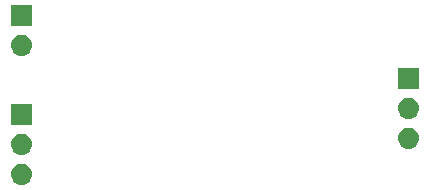
<source format=gbr>
G04 #@! TF.GenerationSoftware,KiCad,Pcbnew,(5.1.4)-1*
G04 #@! TF.CreationDate,2020-02-13T09:56:34+00:00*
G04 #@! TF.ProjectId,Phono stereo 2 smd,50686f6e-6f20-4737-9465-72656f203220,rev?*
G04 #@! TF.SameCoordinates,Original*
G04 #@! TF.FileFunction,Soldermask,Bot*
G04 #@! TF.FilePolarity,Negative*
%FSLAX46Y46*%
G04 Gerber Fmt 4.6, Leading zero omitted, Abs format (unit mm)*
G04 Created by KiCad (PCBNEW (5.1.4)-1) date 2020-02-13 09:56:34*
%MOMM*%
%LPD*%
G04 APERTURE LIST*
%ADD10C,0.100000*%
G04 APERTURE END LIST*
D10*
G36*
X23224443Y-51175519D02*
G01*
X23290627Y-51182037D01*
X23460466Y-51233557D01*
X23616991Y-51317222D01*
X23652729Y-51346552D01*
X23754186Y-51429814D01*
X23837448Y-51531271D01*
X23866778Y-51567009D01*
X23950443Y-51723534D01*
X24001963Y-51893373D01*
X24019359Y-52070000D01*
X24001963Y-52246627D01*
X23950443Y-52416466D01*
X23866778Y-52572991D01*
X23837448Y-52608729D01*
X23754186Y-52710186D01*
X23652729Y-52793448D01*
X23616991Y-52822778D01*
X23460466Y-52906443D01*
X23290627Y-52957963D01*
X23224442Y-52964482D01*
X23158260Y-52971000D01*
X23069740Y-52971000D01*
X23003558Y-52964482D01*
X22937373Y-52957963D01*
X22767534Y-52906443D01*
X22611009Y-52822778D01*
X22575271Y-52793448D01*
X22473814Y-52710186D01*
X22390552Y-52608729D01*
X22361222Y-52572991D01*
X22277557Y-52416466D01*
X22226037Y-52246627D01*
X22208641Y-52070000D01*
X22226037Y-51893373D01*
X22277557Y-51723534D01*
X22361222Y-51567009D01*
X22390552Y-51531271D01*
X22473814Y-51429814D01*
X22575271Y-51346552D01*
X22611009Y-51317222D01*
X22767534Y-51233557D01*
X22937373Y-51182037D01*
X23003557Y-51175519D01*
X23069740Y-51169000D01*
X23158260Y-51169000D01*
X23224443Y-51175519D01*
X23224443Y-51175519D01*
G37*
G36*
X23224443Y-48635519D02*
G01*
X23290627Y-48642037D01*
X23460466Y-48693557D01*
X23616991Y-48777222D01*
X23652729Y-48806552D01*
X23754186Y-48889814D01*
X23837448Y-48991271D01*
X23866778Y-49027009D01*
X23950443Y-49183534D01*
X24001963Y-49353373D01*
X24019359Y-49530000D01*
X24001963Y-49706627D01*
X23950443Y-49876466D01*
X23866778Y-50032991D01*
X23837448Y-50068729D01*
X23754186Y-50170186D01*
X23652729Y-50253448D01*
X23616991Y-50282778D01*
X23460466Y-50366443D01*
X23290627Y-50417963D01*
X23224442Y-50424482D01*
X23158260Y-50431000D01*
X23069740Y-50431000D01*
X23003558Y-50424482D01*
X22937373Y-50417963D01*
X22767534Y-50366443D01*
X22611009Y-50282778D01*
X22575271Y-50253448D01*
X22473814Y-50170186D01*
X22390552Y-50068729D01*
X22361222Y-50032991D01*
X22277557Y-49876466D01*
X22226037Y-49706627D01*
X22208641Y-49530000D01*
X22226037Y-49353373D01*
X22277557Y-49183534D01*
X22361222Y-49027009D01*
X22390552Y-48991271D01*
X22473814Y-48889814D01*
X22575271Y-48806552D01*
X22611009Y-48777222D01*
X22767534Y-48693557D01*
X22937373Y-48642037D01*
X23003557Y-48635519D01*
X23069740Y-48629000D01*
X23158260Y-48629000D01*
X23224443Y-48635519D01*
X23224443Y-48635519D01*
G37*
G36*
X55990443Y-48127519D02*
G01*
X56056627Y-48134037D01*
X56226466Y-48185557D01*
X56382991Y-48269222D01*
X56418729Y-48298552D01*
X56520186Y-48381814D01*
X56603448Y-48483271D01*
X56632778Y-48519009D01*
X56716443Y-48675534D01*
X56767963Y-48845373D01*
X56785359Y-49022000D01*
X56767963Y-49198627D01*
X56716443Y-49368466D01*
X56632778Y-49524991D01*
X56628667Y-49530000D01*
X56520186Y-49662186D01*
X56418729Y-49745448D01*
X56382991Y-49774778D01*
X56226466Y-49858443D01*
X56056627Y-49909963D01*
X55990443Y-49916481D01*
X55924260Y-49923000D01*
X55835740Y-49923000D01*
X55769557Y-49916481D01*
X55703373Y-49909963D01*
X55533534Y-49858443D01*
X55377009Y-49774778D01*
X55341271Y-49745448D01*
X55239814Y-49662186D01*
X55131333Y-49530000D01*
X55127222Y-49524991D01*
X55043557Y-49368466D01*
X54992037Y-49198627D01*
X54974641Y-49022000D01*
X54992037Y-48845373D01*
X55043557Y-48675534D01*
X55127222Y-48519009D01*
X55156552Y-48483271D01*
X55239814Y-48381814D01*
X55341271Y-48298552D01*
X55377009Y-48269222D01*
X55533534Y-48185557D01*
X55703373Y-48134037D01*
X55769558Y-48127518D01*
X55835740Y-48121000D01*
X55924260Y-48121000D01*
X55990443Y-48127519D01*
X55990443Y-48127519D01*
G37*
G36*
X24015000Y-47891000D02*
G01*
X22213000Y-47891000D01*
X22213000Y-46089000D01*
X24015000Y-46089000D01*
X24015000Y-47891000D01*
X24015000Y-47891000D01*
G37*
G36*
X55990442Y-45587518D02*
G01*
X56056627Y-45594037D01*
X56226466Y-45645557D01*
X56382991Y-45729222D01*
X56418729Y-45758552D01*
X56520186Y-45841814D01*
X56603448Y-45943271D01*
X56632778Y-45979009D01*
X56716443Y-46135534D01*
X56767963Y-46305373D01*
X56785359Y-46482000D01*
X56767963Y-46658627D01*
X56716443Y-46828466D01*
X56632778Y-46984991D01*
X56603448Y-47020729D01*
X56520186Y-47122186D01*
X56418729Y-47205448D01*
X56382991Y-47234778D01*
X56226466Y-47318443D01*
X56056627Y-47369963D01*
X55990442Y-47376482D01*
X55924260Y-47383000D01*
X55835740Y-47383000D01*
X55769557Y-47376481D01*
X55703373Y-47369963D01*
X55533534Y-47318443D01*
X55377009Y-47234778D01*
X55341271Y-47205448D01*
X55239814Y-47122186D01*
X55156552Y-47020729D01*
X55127222Y-46984991D01*
X55043557Y-46828466D01*
X54992037Y-46658627D01*
X54974641Y-46482000D01*
X54992037Y-46305373D01*
X55043557Y-46135534D01*
X55127222Y-45979009D01*
X55156552Y-45943271D01*
X55239814Y-45841814D01*
X55341271Y-45758552D01*
X55377009Y-45729222D01*
X55533534Y-45645557D01*
X55703373Y-45594037D01*
X55769558Y-45587518D01*
X55835740Y-45581000D01*
X55924260Y-45581000D01*
X55990442Y-45587518D01*
X55990442Y-45587518D01*
G37*
G36*
X56781000Y-44843000D02*
G01*
X54979000Y-44843000D01*
X54979000Y-43041000D01*
X56781000Y-43041000D01*
X56781000Y-44843000D01*
X56781000Y-44843000D01*
G37*
G36*
X23224442Y-40253518D02*
G01*
X23290627Y-40260037D01*
X23460466Y-40311557D01*
X23616991Y-40395222D01*
X23652729Y-40424552D01*
X23754186Y-40507814D01*
X23837448Y-40609271D01*
X23866778Y-40645009D01*
X23950443Y-40801534D01*
X24001963Y-40971373D01*
X24019359Y-41148000D01*
X24001963Y-41324627D01*
X23950443Y-41494466D01*
X23866778Y-41650991D01*
X23837448Y-41686729D01*
X23754186Y-41788186D01*
X23652729Y-41871448D01*
X23616991Y-41900778D01*
X23460466Y-41984443D01*
X23290627Y-42035963D01*
X23224442Y-42042482D01*
X23158260Y-42049000D01*
X23069740Y-42049000D01*
X23003558Y-42042482D01*
X22937373Y-42035963D01*
X22767534Y-41984443D01*
X22611009Y-41900778D01*
X22575271Y-41871448D01*
X22473814Y-41788186D01*
X22390552Y-41686729D01*
X22361222Y-41650991D01*
X22277557Y-41494466D01*
X22226037Y-41324627D01*
X22208641Y-41148000D01*
X22226037Y-40971373D01*
X22277557Y-40801534D01*
X22361222Y-40645009D01*
X22390552Y-40609271D01*
X22473814Y-40507814D01*
X22575271Y-40424552D01*
X22611009Y-40395222D01*
X22767534Y-40311557D01*
X22937373Y-40260037D01*
X23003558Y-40253518D01*
X23069740Y-40247000D01*
X23158260Y-40247000D01*
X23224442Y-40253518D01*
X23224442Y-40253518D01*
G37*
G36*
X24015000Y-39509000D02*
G01*
X22213000Y-39509000D01*
X22213000Y-37707000D01*
X24015000Y-37707000D01*
X24015000Y-39509000D01*
X24015000Y-39509000D01*
G37*
M02*

</source>
